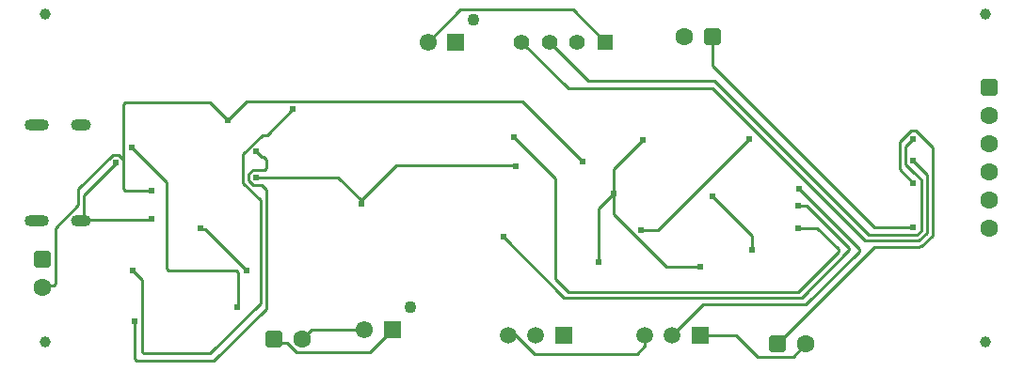
<source format=gbl>
G04*
G04 #@! TF.GenerationSoftware,Altium Limited,Altium Designer,25.2.1 (25)*
G04*
G04 Layer_Physical_Order=2*
G04 Layer_Color=16711680*
%FSLAX44Y44*%
%MOMM*%
G71*
G04*
G04 #@! TF.SameCoordinates,151459D2-9B86-48AD-89DC-2ABF3E981002*
G04*
G04*
G04 #@! TF.FilePolarity,Positive*
G04*
G01*
G75*
%ADD13C,0.2540*%
G04:AMPARAMS|DCode=51|XSize=1mm|YSize=2.2mm|CornerRadius=0.5mm|HoleSize=0mm|Usage=FLASHONLY|Rotation=270.000|XOffset=0mm|YOffset=0mm|HoleType=Round|Shape=RoundedRectangle|*
%AMROUNDEDRECTD51*
21,1,1.0000,1.2000,0,0,270.0*
21,1,0.0000,2.2000,0,0,270.0*
1,1,1.0000,-0.6000,0.0000*
1,1,1.0000,-0.6000,0.0000*
1,1,1.0000,0.6000,0.0000*
1,1,1.0000,0.6000,0.0000*
%
%ADD51ROUNDEDRECTD51*%
G04:AMPARAMS|DCode=52|XSize=1mm|YSize=1.8mm|CornerRadius=0.5mm|HoleSize=0mm|Usage=FLASHONLY|Rotation=270.000|XOffset=0mm|YOffset=0mm|HoleType=Round|Shape=RoundedRectangle|*
%AMROUNDEDRECTD52*
21,1,1.0000,0.8000,0,0,270.0*
21,1,0.0000,1.8000,0,0,270.0*
1,1,1.0000,-0.4000,0.0000*
1,1,1.0000,-0.4000,0.0000*
1,1,1.0000,0.4000,0.0000*
1,1,1.0000,0.4000,0.0000*
%
%ADD52ROUNDEDRECTD52*%
%ADD56R,1.5500X1.5500*%
%ADD57C,1.5500*%
%ADD58C,1.1000*%
%ADD59R,1.4000X1.4000*%
%ADD60C,1.4000*%
%ADD63C,1.0000*%
G04:AMPARAMS|DCode=64|XSize=1.6mm|YSize=1.6mm|CornerRadius=0.4mm|HoleSize=0mm|Usage=FLASHONLY|Rotation=0.000|XOffset=0mm|YOffset=0mm|HoleType=Round|Shape=RoundedRectangle|*
%AMROUNDEDRECTD64*
21,1,1.6000,0.8000,0,0,0.0*
21,1,0.8000,1.6000,0,0,0.0*
1,1,0.8000,0.4000,-0.4000*
1,1,0.8000,-0.4000,-0.4000*
1,1,0.8000,-0.4000,0.4000*
1,1,0.8000,0.4000,0.4000*
%
%ADD64ROUNDEDRECTD64*%
%ADD65C,1.6000*%
%ADD66C,1.5080*%
%ADD67R,1.5080X1.5080*%
G04:AMPARAMS|DCode=68|XSize=1.6mm|YSize=1.6mm|CornerRadius=0.4mm|HoleSize=0mm|Usage=FLASHONLY|Rotation=270.000|XOffset=0mm|YOffset=0mm|HoleType=Round|Shape=RoundedRectangle|*
%AMROUNDEDRECTD68*
21,1,1.6000,0.8000,0,0,270.0*
21,1,0.8000,1.6000,0,0,270.0*
1,1,0.8000,-0.4000,-0.4000*
1,1,0.8000,-0.4000,0.4000*
1,1,0.8000,0.4000,0.4000*
1,1,0.8000,0.4000,-0.4000*
%
%ADD68ROUNDEDRECTD68*%
%ADD69C,0.6096*%
D13*
X216656Y175260D02*
X290322D01*
X311150Y151638D02*
Y154432D01*
X342646Y185928D01*
X290322Y175260D02*
X311150Y154432D01*
X342646Y185928D02*
X449834D01*
X450342Y185420D01*
X58980Y135870D02*
X59844Y136734D01*
X121748D01*
X122428Y137414D01*
X104902Y201930D02*
X135890Y170942D01*
Y92928D02*
Y170942D01*
Y92928D02*
X137378Y91440D01*
X198374D01*
X166624Y129032D02*
X167282Y128374D01*
X170584D01*
X207772Y91186D01*
X199862Y58892D02*
Y89952D01*
X198374Y91440D02*
X199862Y89952D01*
X199390Y58420D02*
X199862Y58892D01*
X662940Y109982D02*
Y122428D01*
X627380Y157988D02*
X662940Y122428D01*
X35940Y78988D02*
Y129412D01*
X25430Y77500D02*
X34452D01*
X35940Y78988D01*
X24130Y76200D02*
X25430Y77500D01*
X35940Y129412D02*
X56630Y150102D01*
Y164627D02*
X87329Y195326D01*
X56630Y150102D02*
Y164627D01*
X93011Y195326D02*
X97028Y191309D01*
X87329Y195326D02*
X93011D01*
X97028Y191309D02*
Y241336D01*
Y164810D02*
Y191309D01*
X98516Y163322D02*
X122174D01*
X61710Y159246D02*
X90170Y187706D01*
X61710Y138600D02*
Y159246D01*
X90170Y187706D02*
Y188468D01*
X122174Y163322D02*
X122570Y162926D01*
X175006Y16510D02*
X220472Y61976D01*
X115280Y16510D02*
X175006D01*
X113792Y17998D02*
X115280Y16510D01*
X113792Y17998D02*
Y82819D01*
X105410Y91201D02*
X113792Y82819D01*
X106934Y11394D02*
Y45466D01*
X108422Y9906D02*
X178562D01*
X225552Y56896D01*
Y163938D01*
X220472Y61976D02*
Y154481D01*
X221088Y168402D02*
X225552Y163938D01*
X213735Y168402D02*
X221088D01*
X106934Y11394D02*
X108422Y9906D01*
X204638Y196135D02*
X222031Y213528D01*
X204638Y170315D02*
X220472Y154481D01*
X213735Y182118D02*
X224064D01*
X209718Y172419D02*
Y178101D01*
X223128Y193432D02*
X225552Y191008D01*
X221518Y193432D02*
X223128D01*
X204638Y170315D02*
Y196135D01*
X209718Y172419D02*
X213735Y168402D01*
X216576Y198374D02*
X221518Y193432D01*
X222031Y213528D02*
X226228D01*
X209718Y178101D02*
X213735Y182118D01*
X225552Y183606D02*
Y191008D01*
X224064Y182118D02*
X225552Y183606D01*
X226228Y213528D02*
X249174Y236474D01*
X97028Y164810D02*
X98516Y163322D01*
X97028Y241336D02*
X98516Y242824D01*
X175006D01*
X58980Y135870D02*
X61710Y138600D01*
X175006Y242824D02*
X191008Y226822D01*
X318390Y17400D02*
X338836Y37846D01*
X252918Y17400D02*
X318390D01*
X266446Y37846D02*
X313836D01*
X257810Y29210D02*
X266446Y37846D01*
X721360Y129540D02*
X740247Y110653D01*
X703834Y129540D02*
X721360D01*
X740247Y108549D02*
Y110653D01*
X703834Y72136D02*
X740247Y108549D01*
X497586Y72136D02*
X703834D01*
X485902Y83820D02*
X497586Y72136D01*
X485902Y83820D02*
Y173990D01*
X448310Y211582D02*
X485902Y173990D01*
X191008Y226822D02*
X207518Y243332D01*
X455930D01*
X509778Y189484D01*
X585779Y94488D02*
X615696D01*
X537972Y142295D02*
X585779Y94488D01*
X537972Y142295D02*
Y160782D01*
Y182372D02*
X564134Y208534D01*
X537972Y160782D02*
Y182372D01*
X524256Y99060D02*
Y147066D01*
X537972Y160782D01*
X699390Y13590D02*
X711200Y25400D01*
X667343Y13590D02*
X699390D01*
X647913Y33020D02*
X667343Y13590D01*
X615950Y33020D02*
X647913D01*
X501320Y326320D02*
X530460Y297180D01*
X400350Y326320D02*
X501320D01*
X371040Y297010D02*
X400350Y326320D01*
X577774Y127686D02*
X659863Y209775D01*
X562280Y127686D02*
X577774D01*
X439166Y121412D02*
X493522Y67056D01*
X707390D01*
X590950Y33020D02*
X618382Y60452D01*
X710946D01*
X749899Y109565D02*
Y111669D01*
X711962Y149606D02*
X749899Y111669D01*
X707390Y67056D02*
X749899Y109565D01*
X703834Y149606D02*
X711962D01*
X466998Y16002D02*
X558843D01*
X565950Y23108D01*
Y33020D01*
X448710Y34290D02*
X466998Y16002D01*
X710946Y60452D02*
X759043Y108549D01*
X704596Y165100D02*
X759043Y110653D01*
Y108549D02*
Y110653D01*
X767889Y123190D02*
X810561D01*
X764540Y118110D02*
X812665D01*
X627380Y255270D02*
X764540Y118110D01*
X628697Y262382D02*
X767889Y123190D01*
X627380Y275590D02*
X772922Y130048D01*
X807720D01*
X812665Y118110D02*
X819658Y125103D01*
X685800Y25400D02*
X772922Y112522D01*
X813054D02*
X813562Y113030D01*
X772922Y112522D02*
X813054D01*
X515258Y262382D02*
X628697D01*
X497370Y255270D02*
X627380D01*
Y275590D02*
Y302260D01*
X795274Y182626D02*
X807720Y170180D01*
X795274Y182626D02*
Y207311D01*
X805387Y217424D01*
X809545D01*
X824738Y202231D01*
Y122999D02*
Y202231D01*
X814769Y113030D02*
X824738Y122999D01*
X813562Y113030D02*
X814769D01*
X800354Y202692D02*
X807466Y209804D01*
X800354Y187151D02*
Y202692D01*
X244220Y26098D02*
X252918Y17400D01*
X235522Y26098D02*
X244220D01*
X232410Y29210D02*
X235522Y26098D01*
X807212Y189992D02*
X819658Y177546D01*
Y125103D02*
Y177546D01*
X455460Y297180D02*
X497370Y255270D01*
X814578Y127207D02*
Y173021D01*
X807513Y180086D02*
X814578Y173021D01*
X807419Y180086D02*
X807513D01*
X800354Y187151D02*
X807419Y180086D01*
X810561Y123190D02*
X814578Y127207D01*
X480460Y297180D02*
X515258Y262382D01*
D51*
X18980Y222270D02*
D03*
Y135870D02*
D03*
D52*
X58980Y222270D02*
D03*
Y135870D02*
D03*
D56*
X338836Y37846D02*
D03*
X396040Y297010D02*
D03*
D57*
X313836Y37846D02*
D03*
X371040Y297010D02*
D03*
D58*
X354836Y57846D02*
D03*
X412040Y317010D02*
D03*
D59*
X530460Y297180D02*
D03*
D60*
X505460D02*
D03*
X480460D02*
D03*
X455460D02*
D03*
D63*
X26670Y26670D02*
D03*
X872490D02*
D03*
X26670Y322580D02*
D03*
X872490D02*
D03*
D64*
X232410Y29210D02*
D03*
X685800Y25400D02*
D03*
X627380Y302260D02*
D03*
D65*
X257810Y29210D02*
D03*
X711200Y25400D02*
D03*
X601980Y302260D02*
D03*
X876300Y129540D02*
D03*
Y154940D02*
D03*
Y205740D02*
D03*
Y231140D02*
D03*
Y180340D02*
D03*
X24130Y76200D02*
D03*
D66*
X565950Y33020D02*
D03*
X590950D02*
D03*
X468000Y33000D02*
D03*
X443000D02*
D03*
D67*
X615950Y33020D02*
D03*
X493000Y33000D02*
D03*
D68*
X876300Y256540D02*
D03*
X24130Y101600D02*
D03*
D69*
X216656Y175260D02*
D03*
X311150Y151638D02*
D03*
X450342Y185420D02*
D03*
X122428Y137414D02*
D03*
X207772Y91186D02*
D03*
X166624Y129032D02*
D03*
X662940Y109982D02*
D03*
X627380Y157988D02*
D03*
X90170Y188468D02*
D03*
X104902Y201930D02*
D03*
X199390Y58420D02*
D03*
X106934Y45466D02*
D03*
X216576Y198374D02*
D03*
X249174Y236474D02*
D03*
X191008Y226822D02*
D03*
X105410Y91201D02*
D03*
X615696Y94488D02*
D03*
X537972Y160782D02*
D03*
X524256Y99060D02*
D03*
X564134Y208534D02*
D03*
X448310Y211582D02*
D03*
X562280Y127686D02*
D03*
X659863Y209775D02*
D03*
X509778Y189484D02*
D03*
X122570Y162926D02*
D03*
X439166Y121412D02*
D03*
X704596Y165100D02*
D03*
X703834Y149606D02*
D03*
Y129540D02*
D03*
X807720Y130048D02*
D03*
X807466Y209804D02*
D03*
X807212Y189992D02*
D03*
X807720Y170180D02*
D03*
M02*

</source>
